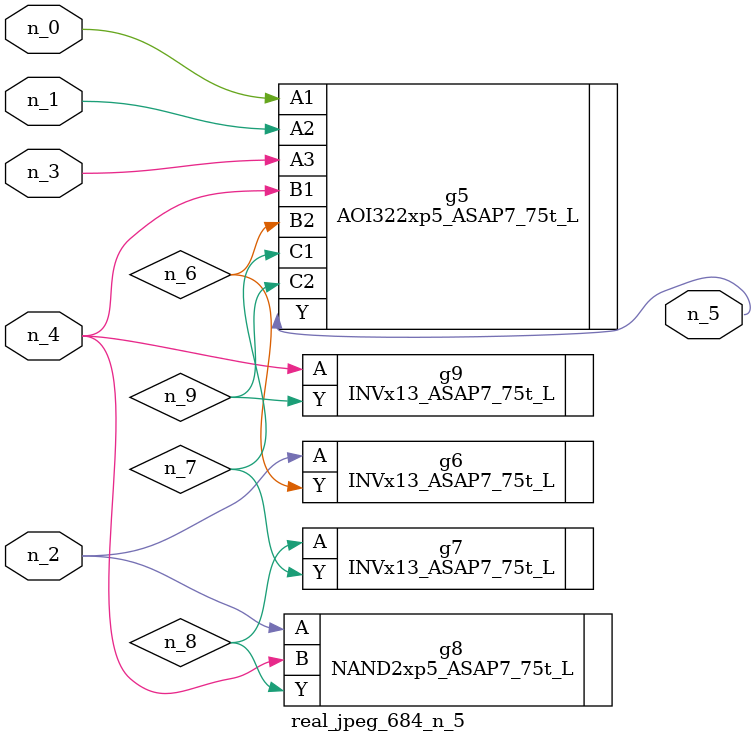
<source format=v>
module real_jpeg_684_n_5 (n_4, n_0, n_1, n_2, n_3, n_5);

input n_4;
input n_0;
input n_1;
input n_2;
input n_3;

output n_5;

wire n_8;
wire n_6;
wire n_7;
wire n_9;

AOI322xp5_ASAP7_75t_L g5 ( 
.A1(n_0),
.A2(n_1),
.A3(n_3),
.B1(n_4),
.B2(n_6),
.C1(n_7),
.C2(n_9),
.Y(n_5)
);

INVx13_ASAP7_75t_L g6 ( 
.A(n_2),
.Y(n_6)
);

NAND2xp5_ASAP7_75t_L g8 ( 
.A(n_2),
.B(n_4),
.Y(n_8)
);

INVx13_ASAP7_75t_L g9 ( 
.A(n_4),
.Y(n_9)
);

INVx13_ASAP7_75t_L g7 ( 
.A(n_8),
.Y(n_7)
);


endmodule
</source>
